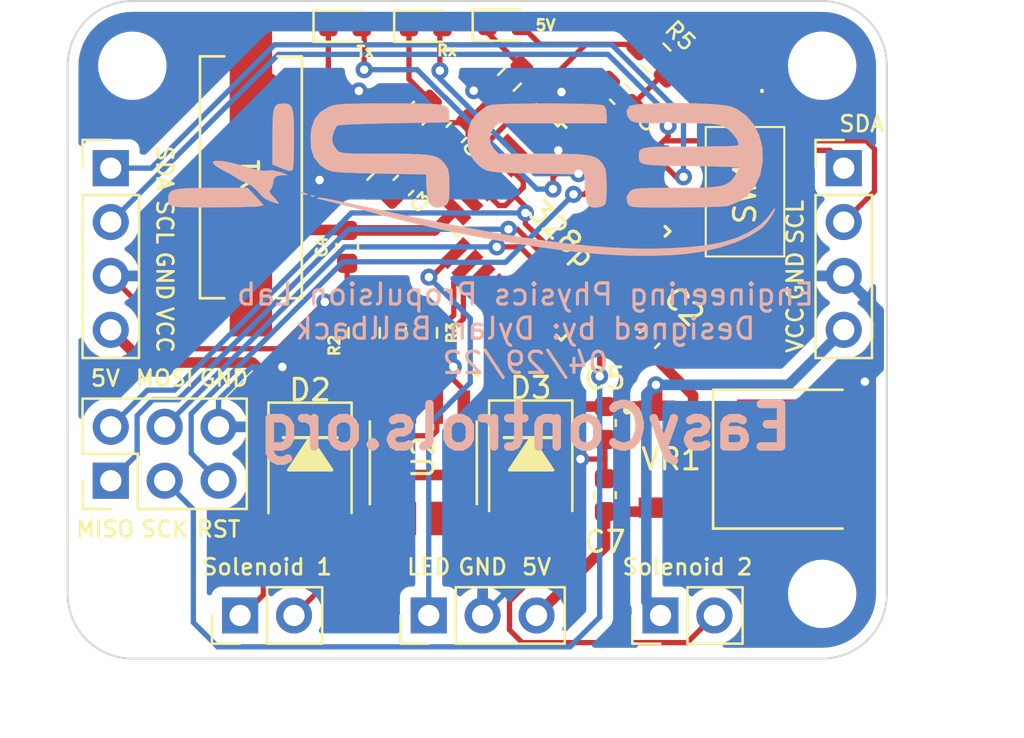
<source format=kicad_pcb>
(kicad_pcb (version 20211014) (generator pcbnew)
  (layers (0 "F.Cu" signal) (31 "B.Cu" signal) (34 "B.Paste" user) (35 "F.Paste" user) (36 "B.SilkS" user "B.Silkscreen") (37 "F.SilkS" user "F.Silkscreen") (38 "B.Mask" user) (39 "F.Mask" user) (44 "Edge.Cuts" user))
  (net 0 "")
  (net 1 "+5V")
  (net 2 "GND")
  (net 3 "Net-(C3-Pad2)")
  (net 4 "Net-(C4-Pad2)")
  (net 5 "VCC")
  (net 6 "/Reset")
  (net 7 "/SOL1")
  (net 8 "/SOL2")
  (net 9 "Net-(D5-Pad1)")
  (net 10 "/TXD")
  (net 11 "Net-(D6-Pad1)")
  (net 12 "Net-(D7-Pad1)")
  (net 13 "/RXD")
  (net 14 "/MISO")
  (net 15 "/SCK")
  (net 16 "/MOSI")
  (net 17 "/LED")
  (net 18 "/Gate1")
  (net 19 "/Gate2")
  (net 20 "Net-(U1-Pad1)")
  (net 21 "Net-(U1-Pad2)")
  (net 22 "Net-(U1-Pad12)")
  (net 23 "Net-(U1-Pad13)")
  (net 24 "Net-(U1-Pad14)")
  (net 25 "Net-(U1-Pad19)")
  (net 26 "Net-(U1-Pad20)")
  (net 27 "Net-(U1-Pad22)")
  (net 28 "Net-(U1-Pad23)")
  (net 29 "Net-(U1-Pad24)")
  (net 30 "Net-(U1-Pad25)")
  (net 31 "Net-(U1-Pad26)")
  (net 32 "/SDA")
  (net 33 "/SCL")
  (net 34 "Net-(U1-Pad32)")
  (footprint "Capacitor_SMD:C_0603_1608Metric" (layer "F.Cu") (at 114.8 77.1 45)
    (fp_text reference "C2" (at 2.20366 0.08234 135) (layer "F.SilkS"))
    (fp_text value "100nF")
    (pad "1" smd roundrect locked (at -0.775 0 45) (size 0.9 0.95) (layers "F.Cu" "F.Paste" "F.Mask") (net 1 "+5V"))
    (pad "2" smd roundrect locked (at 0.775 0 45) (size 0.9 0.95) (layers "F.Cu" "F.Paste" "F.Mask") (net 2 "GND"))
  )
  (footprint "Capacitor_SMD:C_0603_1608Metric" (layer "F.Cu") (at 105.7 67.4 45)
    (fp_text reference "C1" (at 0.070711 1.06066 45) (layer "F.SilkS") (effects (font (size 0.5 0.5) (thickness 0.125))))
    (fp_text value "100nF")
    (pad "1" smd roundrect locked (at -0.775 0 45) (size 0.9 0.95) (layers "F.Cu" "F.Paste" "F.Mask") (net 1 "+5V"))
    (pad "2" smd roundrect locked (at 0.775 0 45) (size 0.9 0.95) (layers "F.Cu" "F.Paste" "F.Mask") (net 2 "GND"))
  )
  (footprint "Capacitor_SMD:C_0603_1608Metric" (layer "F.Cu") (at 103.2 69.9 45)
    (fp_text reference "C3" (at 0 1.131371 45) (layer "F.SilkS") (effects (font (size 0.5 0.5) (thickness 0.125))))
    (fp_text value "22pf")
    (pad "1" smd roundrect locked (at -0.775 0 45) (size 0.9 0.95) (layers "F.Cu" "F.Paste" "F.Mask") (net 2 "GND"))
    (pad "2" smd roundrect locked (at 0.775 0 45) (size 0.9 0.95) (layers "F.Cu" "F.Paste" "F.Mask") (net 3 "Net-(C3-Pad2)"))
  )
  (footprint "Capacitor_SMD:C_0603_1608Metric" (layer "F.Cu") (at 100.55 72.8 90)
    (fp_text reference "C4" (at 0 -1.2 90) (layer "F.SilkS") (effects (font (size 0.5 0.5) (thickness 0.125))))
    (fp_text value "22pf")
    (pad "1" smd roundrect locked (at -0.775 0 90) (size 0.9 0.95) (layers "F.Cu" "F.Paste" "F.Mask") (net 2 "GND"))
    (pad "2" smd roundrect locked (at 0.775 0 90) (size 0.9 0.95) (layers "F.Cu" "F.Paste" "F.Mask") (net 4 "Net-(C4-Pad2)"))
  )
  (footprint "Capacitor_SMD:C_0603_1608Metric" (layer "F.Cu") (at 113.4 65.6 -45)
    (fp_text reference "C6" (at 1.873833 -0.035355 45) (layer "F.SilkS") (effects (font (size 0.5 0.5) (thickness 0.12))))
    (fp_text value "100nF")
    (pad "1" smd roundrect locked (at -0.775 0 315) (size 0.9 0.95) (layers "F.Cu" "F.Paste" "F.Mask") (net 2 "GND"))
    (pad "2" smd roundrect locked (at 0.775 0 315) (size 0.9 0.95) (layers "F.Cu" "F.Paste" "F.Mask") (net 6 "/Reset"))
  )
  (footprint "Diode_SMD:D_1812_4532Metric" (layer "F.Cu") (at 98.8 83.1 -90)
    (fp_text reference "D2" (at -3.556 0 180) (layer "F.SilkS"))
    (fp_text value "D")
    (pad "1" smd roundrect locked (at -2.1375 0 270) (size 1.125 3.4) (layers "F.Cu" "F.Paste" "F.Mask") (roundrect_rratio 0.2222222222) (net 5 "VCC"))
    (pad "2" smd roundrect locked (at 2.1375 0 270) (size 1.125 3.4) (layers "F.Cu" "F.Paste" "F.Mask") (roundrect_rratio 0.2222222222) (net 7 "/SOL1"))
  )
  (footprint "Connector_PinHeader_2.54mm:PinHeader_1x03_P2.54mm_Vertical" (layer "F.Cu") (at 104.394 90.17 90)
    (fp_text reference "J4" hide)
    (fp_text value "LED")
    (pad "1" thru_hole rect locked (at 0 0 90) (size 1.7 1.7) (drill 1) (layers *.Cu *.Mask) (net 17 "/LED"))
    (pad "2" thru_hole oval locked (at 0 2.54 90) (size 1.7 1.7) (drill 1) (layers *.Cu *.Mask) (net 2 "GND"))
    (pad "3" thru_hole oval locked (at 0 5.08 90) (size 1.7 1.7) (drill 1) (layers *.Cu *.Mask) (net 1 "+5V"))
  )
  (footprint "Resistor_SMD:R_0805_2012Metric" (layer "F.Cu") (at 115.1 63.9 -45)
    (fp_text reference "R5" (at 0.070711 -1.555635 -45) (layer "F.SilkS") (effects (font (size 0.75 0.75) (thickness 0.12))))
    (fp_text value "10k")
    (pad "1" smd roundrect locked (at -0.9125 0 315) (size 1.025 1.4) (layers "F.Cu" "F.Paste" "F.Mask") (roundrect_rratio 0.243902439) (net 1 "+5V"))
    (pad "2" smd roundrect locked (at 0.9125 0 315) (size 1.025 1.4) (layers "F.Cu" "F.Paste" "F.Mask") (roundrect_rratio 0.243902439) (net 6 "/Reset"))
  )
  (footprint "Resistor_SMD:R_0603_1608Metric" (layer "F.Cu") (at 101.3 69.1 45)
    (fp_text reference "R7" hide)
    (fp_text value "300")
    (pad "1" smd roundrect locked (at -0.825 0 45) (size 0.8 0.95) (layers "F.Cu" "F.Paste" "F.Mask") (net 2 "GND"))
    (pad "2" smd roundrect locked (at 0.825 0 45) (size 0.8 0.95) (layers "F.Cu" "F.Paste" "F.Mask") (net 11 "Net-(D6-Pad1)"))
  )
  (footprint "Resistor_SMD:R_0603_1608Metric" (layer "F.Cu") (at 103.9 66.5 45)
    (fp_text reference "R8" hide)
    (fp_text value "300")
    (pad "1" smd roundrect locked (at -0.825 0 45) (size 0.8 0.95) (layers "F.Cu" "F.Paste" "F.Mask") (net 2 "GND"))
    (pad "2" smd roundrect locked (at 0.825 0 45) (size 0.8 0.95) (layers "F.Cu" "F.Paste" "F.Mask") (net 12 "Net-(D7-Pad1)"))
  )
  (footprint "Package_QFP:TQFP-32_7x7mm_P0.8mm" (layer "F.Cu") (at 110.636 72.068 -45)
    (fp_text reference "328p" (at 0.108 0.068 135) (layer "F.SilkS"))
    (fp_text value "ATmega328P-AU")
    (pad "1" smd rect locked (at -4.25 -2.8 315) (size 1.6 0.55) (layers "F.Cu" "F.Paste" "F.Mask") (net 20 "Net-(U1-Pad1)"))
    (pad "2" smd rect locked (at -4.25 -2 315) (size 1.6 0.55) (layers "F.Cu" "F.Paste" "F.Mask") (net 21 "Net-(U1-Pad2)"))
    (pad "3" smd rect locked (at -4.25 -1.2 315) (size 1.6 0.55) (layers "F.Cu" "F.Paste" "F.Mask") (net 2 "GND"))
    (pad "4" smd rect locked (at -4.25 -0.4 315) (size 1.6 0.55) (layers "F.Cu" "F.Paste" "F.Mask") (net 1 "+5V"))
    (pad "5" smd rect locked (at -4.25 0.4 315) (size 1.6 0.55) (layers "F.Cu" "F.Paste" "F.Mask") (net 2 "GND"))
    (pad "6" smd rect locked (at -4.25 1.2 315) (size 1.6 0.55) (layers "F.Cu" "F.Paste" "F.Mask") (net 1 "+5V"))
    (pad "7" smd rect locked (at -4.25 2 315) (size 1.6 0.55) (layers "F.Cu" "F.Paste" "F.Mask") (net 3 "Net-(C3-Pad2)"))
    (pad "8" smd rect locked (at -4.25 2.8 315) (size 1.6 0.55) (layers "F.Cu" "F.Paste" "F.Mask") (net 4 "Net-(C4-Pad2)"))
    (pad "9" smd rect locked (at -2.8 4.25 45) (size 1.6 0.55) (layers "F.Cu" "F.Paste" "F.Mask") (net 17 "/LED"))
    (pad "10" smd rect locked (at -2 4.25 45) (size 1.6 0.55) (layers "F.Cu" "F.Paste" "F.Mask") (net 18 "/Gate1"))
    (pad "11" smd rect locked (at -1.2 4.25 45) (size 1.6 0.55) (layers "F.Cu" "F.Paste" "F.Mask") (net 19 "/Gate2"))
    (pad "12" smd rect locked (at -0.4 4.25 45) (size 1.6 0.55) (layers "F.Cu" "F.Paste" "F.Mask") (net 22 "Net-(U1-Pad12)"))
    (pad "13" smd rect locked (at 0.4 4.25 45) (size 1.6 0.55) (layers "F.Cu" "F.Paste" "F.Mask") (net 23 "Net-(U1-Pad13)"))
    (pad "14" smd rect locked (at 1.2 4.25 45) (size 1.6 0.55) (layers "F.Cu" "F.Paste" "F.Mask") (net 24 "Net-(U1-Pad14)"))
    (pad "15" smd rect locked (at 2 4.25 45) (size 1.6 0.55) (layers "F.Cu" "F.Paste" "F.Mask") (net 16 "/MOSI"))
    (pad "16" smd rect locked (at 2.8 4.25 45) (size 1.6 0.55) (layers "F.Cu" "F.Paste" "F.Mask") (net 14 "/MISO"))
    (pad "17" smd rect locked (at 4.25 2.8 315) (size 1.6 0.55) (layers "F.Cu" "F.Paste" "F.Mask") (net 15 "/SCK"))
    (pad "18" smd rect locked (at 4.25 2 315) (size 1.6 0.55) (layers "F.Cu" "F.Paste" "F.Mask") (net 1 "+5V"))
    (pad "19" smd rect locked (at 4.25 1.2 315) (size 1.6 0.55) (layers "F.Cu" "F.Paste" "F.Mask") (net 25 "Net-(U1-Pad19)"))
    (pad "20" smd rect locked (at 4.25 0.4 315) (size 1.6 0.55) (layers "F.Cu" "F.Paste" "F.Mask") (net 26 "Net-(U1-Pad20)"))
    (pad "21" smd rect locked (at 4.25 -0.4 315) (size 1.6 0.55) (layers "F.Cu" "F.Paste" "F.Mask") (net 2 "GND"))
    (pad "22" smd rect locked (at 4.25 -1.2 315) (size 1.6 0.55) (layers "F.Cu" "F.Paste" "F.Mask") (net 27 "Net-(U1-Pad22)"))
    (pad "23" smd rect locked (at 4.25 -2 315) (size 1.6 0.55) (layers "F.Cu" "F.Paste" "F.Mask") (net 28 "Net-(U1-Pad23)"))
    (pad "24" smd rect locked (at 4.25 -2.8 315) (size 1.6 0.55) (layers "F.Cu" "F.Paste" "F.Mask") (net 29 "Net-(U1-Pad24)"))
    (pad "25" smd rect locked (at 2.8 -4.25 45) (size 1.6 0.55) (layers "F.Cu" "F.Paste" "F.Mask") (net 30 "Net-(U1-Pad25)"))
    (pad "26" smd rect locked (at 2 -4.25 45) (size 1.6 0.55) (layers "F.Cu" "F.Paste" "F.Mask") (net 31 "Net-(U1-Pad26)"))
    (pad "27" smd rect locked (at 1.2 -4.25 45) (size 1.6 0.55) (layers "F.Cu" "F.Paste" "F.Mask") (net 32 "/SDA"))
    (pad "28" smd rect locked (at 0.4 -4.25 45) (size 1.6 0.55) (layers "F.Cu" "F.Paste" "F.Mask") (net 33 "/SCL"))
    (pad "29" smd rect locked (at -0.4 -4.25 45) (size 1.6 0.55) (layers "F.Cu" "F.Paste" "F.Mask") (net 6 "/Reset"))
    (pad "30" smd rect locked (at -1.2 -4.25 45) (size 1.6 0.55) (layers "F.Cu" "F.Paste" "F.Mask") (net 13 "/RXD"))
    (pad "31" smd rect locked (at -2 -4.25 45) (size 1.6 0.55) (layers "F.Cu" "F.Paste" "F.Mask") (net 10 "/TXD"))
    (pad "32" smd rect locked (at -2.8 -4.25 45) (size 1.6 0.55) (layers "F.Cu" "F.Paste" "F.Mask") (net 34 "Net-(U1-Pad32)"))
  )
  (footprint "Connector_PinHeader_2.54mm:PinHeader_1x04_P2.54mm_Vertical" (layer "F.Cu") (at 89.408 69.088)
    (fp_text reference "J1" hide)
    (fp_text value "I2C/Power_IN")
    (pad "1" thru_hole rect locked (at 0 0) (size 1.7 1.7) (drill 1) (layers *.Cu *.Mask) (net 32 "/SDA"))
    (pad "2" thru_hole oval locked (at 0 2.54) (size 1.7 1.7) (drill 1) (layers *.Cu *.Mask) (net 33 "/SCL"))
    (pad "3" thru_hole oval locked (at 0 5.08) (size 1.7 1.7) (drill 1) (layers *.Cu *.Mask) (net 2 "GND"))
    (pad "4" thru_hole oval locked (at 0 7.62) (size 1.7 1.7) (drill 1) (layers *.Cu *.Mask) (net 5 "VCC"))
  )
  (footprint "Connector_PinHeader_2.54mm:PinHeader_1x02_P2.54mm_Vertical" (layer "F.Cu") (at 95.504 90.17 90)
    (fp_text reference "J5" hide)
    (fp_text value "SOL_1")
    (pad "1" thru_hole rect locked (at 0 0 90) (size 1.7 1.7) (drill 1) (layers *.Cu *.Mask) (net 5 "VCC"))
    (pad "2" thru_hole oval locked (at 0 2.54 90) (size 1.7 1.7) (drill 1) (layers *.Cu *.Mask) (net 7 "/SOL1"))
  )
  (footprint "MountingHole:MountingHole_2.2mm_M2" (layer "F.Cu") (at 90.424 89.154)
    (fp_text reference "H2" hide)
    (fp_text value "MountingHole")
    (pad "" np_thru_hole circle locked (at 0 0) (size 2.2 2.2) (drill 2.2) (layers *.Cu *.Mask))
  )
  (footprint "MountingHole:MountingHole_2.2mm_M2" (layer "F.Cu") (at 90.424 64.262)
    (fp_text reference "H3" hide)
    (fp_text value "MountingHole")
    (pad "" np_thru_hole circle locked (at 0 0) (size 2.2 2.2) (drill 2.2) (layers *.Cu *.Mask))
  )
  (footprint "Dylans_Footprints:XTAL_ECS-160-20-5PXDN-TR" (layer "F.Cu") (at 96.012 69.52 -90)
    (fp_text reference "Y1" (at -0.178 0 90) (layer "F.SilkS") (effects (font (size 0.789992 0.789992))))
    (fp_text value "Crystal")
    (pad "1" smd rect locked (at -4.75 0 270) (size 5.5 2) (layers "F.Cu" "F.Paste" "F.Mask") (net 3 "Net-(C3-Pad2)"))
    (pad "2" smd rect locked (at 4.75 0 270) (size 5.5 2) (layers "F.Cu" "F.Paste" "F.Mask") (net 4 "Net-(C4-Pad2)"))
  )
  (footprint "Connector_PinHeader_2.54mm:PinHeader_2x03_P2.54mm_Vertical" (layer "F.Cu") (at 89.408 83.82 90)
    (fp_text reference "J3" hide)
    (fp_text value "Bootloader Pins")
    (pad "1" thru_hole rect locked (at 0 0 90) (size 1.7 1.7) (drill 1) (layers *.Cu *.Mask) (net 14 "/MISO"))
    (pad "2" thru_hole oval locked (at 2.54 0 90) (size 1.7 1.7) (drill 1) (layers *.Cu *.Mask) (net 1 "+5V"))
    (pad "3" thru_hole oval locked (at 0 2.54 90) (size 1.7 1.7) (drill 1) (layers *.Cu *.Mask) (net 15 "/SCK"))
    (pad "4" thru_hole oval locked (at 2.54 2.54 90) (size 1.7 1.7) (drill 1) (layers *.Cu *.Mask) (net 16 "/MOSI"))
    (pad "5" thru_hole oval locked (at 0 5.08 90) (size 1.7 1.7) (drill 1) (layers *.Cu *.Mask) (net 6 "/Reset"))
    (pad "6" thru_hole oval locked (at 2.54 5.08 90) (size 1.7 1.7) (drill 1) (layers *.Cu *.Mask) (net 2 "GND"))
  )
  (footprint "Resistor_SMD:R_0603_1608Metric" (layer "F.Cu") (at 108.2 64.9 45)
    (fp_text reference "R6" hide)
    (fp_text value "300")
    (pad "1" smd roundrect locked (at -0.825 0 45) (size 0.8 0.95) (layers "F.Cu" "F.Paste" "F.Mask") (net 2 "GND"))
    (pad "2" smd roundrect locked (at 0.825 0 45) (size 0.8 0.95) (layers "F.Cu" "F.Paste" "F.Mask") (net 9 "Net-(D5-Pad1)"))
  )
  (footprint "Dylans_Footprints:PTS636SK25SMTRLFS" (layer "F.Cu") (at 119.3 70.2 -90)
    (fp_text reference "SW1" (at 0 0 90) (layer "F.SilkS"))
    (fp_text value "SW_Push")
    (pad "1" smd rect locked (at -3.875 0) (size 1.25 1) (layers "F.Cu" "F.Paste" "F.Mask") (net 6 "/Reset"))
    (pad "2" smd rect locked (at 3.875 0) (size 1.25 1) (layers "F.Cu" "F.Paste" "F.Mask") (net 2 "GND"))
  )
  (footprint "MountingHole:MountingHole_2.2mm_M2" (layer "F.Cu") (at 122.936 89.154)
    (fp_text reference "H4" hide)
    (fp_text value "MountingHole")
    (pad "" np_thru_hole circle locked (at 0 0) (size 2.2 2.2) (drill 2.2) (layers *.Cu *.Mask))
  )
  (footprint "Capacitor_SMD:C_0603_1608Metric" (layer "F.Cu") (at 112.7 84.5 90)
    (fp_text reference "C7" (at -2.2 0) (layer "F.SilkS"))
    (fp_text value "0.1uF")
    (pad "1" smd roundrect locked (at -0.775 0 90) (size 0.9 0.95) (layers "F.Cu" "F.Paste" "F.Mask") (net 1 "+5V"))
    (pad "2" smd roundrect locked (at 0.775 0 90) (size 0.9 0.95) (layers "F.Cu" "F.Paste" "F.Mask") (net 2 "GND"))
  )
  (footprint "Capacitor_SMD:C_0603_1608Metric" (layer "F.Cu") (at 112.7 81.1 -90)
    (fp_text reference "C5" (at -2.1 0) (layer "F.SilkS"))
    (fp_text value "0.33 uF")
    (pad "1" smd roundrect locked (at -0.775 0 270) (size 0.9 0.95) (layers "F.Cu" "F.Paste" "F.Mask") (net 5 "VCC"))
    (pad "2" smd roundrect locked (at 0.775 0 270) (size 0.9 0.95) (layers "F.Cu" "F.Paste" "F.Mask") (net 2 "GND"))
  )
  (footprint "Resistor_SMD:R_0805_2012Metric" (layer "F.Cu") (at 101.35 76.85 90)
    (fp_text reference "R2" (at -0.6 -1.4 90) (layer "F.SilkS") (effects (font (size 0.5 0.5) (thickness 0.125))))
    (fp_text value "10k")
    (pad "1" smd roundrect locked (at -0.9125 0 90) (size 1.025 1.4) (layers "F.Cu" "F.Paste" "F.Mask") (roundrect_rratio 0.243902439) (net 18 "/Gate1"))
    (pad "2" smd roundrect locked (at 0.9125 0 90) (size 1.025 1.4) (layers "F.Cu" "F.Paste" "F.Mask") (roundrect_rratio 0.243902439) (net 2 "GND"))
  )
  (footprint "Dylans_Footprints:SOIC127P600X150-8N" (layer "F.Cu") (at 104.14 82.975 -90)
    (fp_text reference "U2" (at -0.254 0 90) (layer "F.SilkS"))
    (fp_text value "DMN4026SSD")
    (pad "1" smd roundrect locked (at -2.625 -1.905 270) (size 1.58 0.59) (layers "F.Cu" "F.Paste" "F.Mask") (roundrect_rratio 0.07) (net 2 "GND"))
    (pad "2" smd roundrect locked (at -2.625 -0.635 270) (size 1.58 0.59) (layers "F.Cu" "F.Paste" "F.Mask") (roundrect_rratio 0.07) (net 18 "/Gate1"))
    (pad "3" smd roundrect locked (at -2.625 0.635 270) (size 1.58 0.59) (layers "F.Cu" "F.Paste" "F.Mask") (roundrect_rratio 0.07) (net 2 "GND"))
    (pad "4" smd roundrect locked (at -2.625 1.905 270) (size 1.58 0.59) (layers "F.Cu" "F.Paste" "F.Mask") (roundrect_rratio 0.07) (net 19 "/Gate2"))
    (pad "5" smd roundrect locked (at 2.625 1.905 270) (size 1.58 0.59) (layers "F.Cu" "F.Paste" "F.Mask") (roundrect_rratio 0.07) (net 7 "/SOL1"))
    (pad "6" smd roundrect locked (at 2.625 0.635 270) (size 1.58 0.59) (layers "F.Cu" "F.Paste" "F.Mask") (roundrect_rratio 0.07) (net 7 "/SOL1"))
    (pad "7" smd roundrect locked (at 2.625 -0.635 270) (size 1.58 0.59) (layers "F.Cu" "F.Paste" "F.Mask") (roundrect_rratio 0.07) (net 8 "/SOL2"))
    (pad "8" smd roundrect locked (at 2.625 -1.905 270) (size 1.58 0.59) (layers "F.Cu" "F.Paste" "F.Mask") (roundrect_rratio 0.07) (net 8 "/SOL2"))
  )
  (footprint "footprints:TO228P991X255-3N" (layer "F.Cu") (at 119.854 82.804)
    (fp_text reference "VR1" (at -4.03 0) (layer "F.SilkS"))
    (fp_text value "LM78M05CDTX_NOPB")
    (pad "1" smd rect locked (at -4.7 -2.285) (size 1.73 0.96) (layers "F.Cu" "F.Paste" "F.Mask") (net 5 "VCC"))
    (pad "3" smd rect locked (at -4.7 2.285) (size 1.73 0.96) (layers "F.Cu" "F.Paste" "F.Mask") (net 1 "+5V"))
    (pad "4" smd rect locked (at 2.32 0) (size 6.49 5.63) (layers "F.Cu" "F.Mask") (net 2 "GND"))
  )
  (footprint "LED_SMD:LED_0603_1608Metric" (layer "F.Cu") (at 104.25 62.4)
    (fp_text reference "Rx" (at 1 1.15) (layer "F.SilkS") (effects (font (size 0.5 0.5) (thickness 0.125))))
    (fp_text value "LED")
    (pad "1" smd roundrect locked (at -0.7875 0) (size 0.875 0.95) (layers "F.Cu" "F.Paste" "F.Mask") (net 12 "Net-(D7-Pad1)"))
    (pad "2" smd roundrect locked (at 0.7875 0) (size 0.875 0.95) (layers "F.Cu" "F.Paste" "F.Mask") (net 13 "/RXD"))
  )
  (footprint "LED_SMD:LED_0603_1608Metric" (layer "F.Cu") (at 100.45 62.4)
    (fp_text reference "Tx" (at 0.95 1.2) (layer "F.SilkS") (effects (font (size 0.5 0.5) (thickness 0.125))))
    (fp_text value "LED")
    (pad "1" smd roundrect locked (at -0.7875 0) (size 0.875 0.95) (layers "F.Cu" "F.Paste" "F.Mask") (net 11 "Net-(D6-Pad1)"))
    (pad "2" smd roundrect locked (at 0.7875 0) (size 0.875 0.95) (layers "F.Cu" "F.Paste" "F.Mask") (net 10 "/TXD"))
  )
  (footprint "LED_SMD:LED_0603_1608Metric" (layer "F.Cu") (at 107.95 62.35)
    (fp_text reference "5V" (at 1.95 0) (layer "F.SilkS") (effects (font (size 0.5 0.5) (thickness 0.125))))
    (fp_text value "LED")
    (pad "1" smd roundrect locked (at -0.7875 0) (size 0.875 0.95) (layers "F.Cu" "F.Paste" "F.Mask") (net 9 "Net-(D5-Pad1)"))
    (pad "2" smd roundrect locked (at 0.7875 0) (size 0.875 0.95) (layers "F.Cu" "F.Paste" "F.Mask") (net 1 "+5V"))
  )
  (footprint "Connector_PinHeader_2.54mm:PinHeader_1x02_P2.54mm_Vertical" (layer "F.Cu") (at 115.316 90.17 90)
    (fp_text reference "Jv" hide)
    (fp_text value "SOL_2")
    (pad "1" thru_hole rect locked (at 0 0 90) (size 1.7 1.7) (drill 1) (layers *.Cu *.Mask) (net 5 "VCC"))
    (pad "2" thru_hole oval locked (at 0 2.54 90) (size 1.7 1.7) (drill 1) (layers *.Cu *.Mask) (net 8 "/SOL2"))
  )
  (footprint "Resistor_SMD:R_0805_2012Metric" (layer "F.Cu") (at 104.05 76.85 90)
    (fp_text reference "R3" (at 0 1.45 90) (layer "F.SilkS") (effects (font (size 0.5 0.5) (thickness 0.125))))
    (fp_text value "10k")
    (pad "1" smd roundrect locked (at -0.9125 0 90) (size 1.025 1.4) (layers "F.Cu" "F.Paste" "F.Mask") (roundrect_rratio 0.243902439) (net 19 "/Gate2"))
    (pad "2" smd roundrect locked (at 0.9125 0 90) (size 1.025 1.4) (layers "F.Cu" "F.Paste" "F.Mask") (roundrect_rratio 0.243902439) (net 2 "GND"))
  )
  (footprint "Diode_SMD:D_1812_4532Metric" (layer "F.Cu") (at 109.2 83 -90)
    (fp_text reference "D3" (at -3.556 0 180) (layer "F.SilkS"))
    (fp_text value "D")
    (pad "1" smd roundrect locked (at -2.1375 0 270) (size 1.125 3.4) (layers "F.Cu" "F.Paste" "F.Mask") (roundrect_rratio 0.2222222222) (net 5 "VCC"))
    (pad "2" smd roundrect locked (at 2.1375 0 270) (size 1.125 3.4) (layers "F.Cu" "F.Paste" "F.Mask") (roundrect_rratio 0.2222222222) (net 8 "/SOL2"))
  )
  (footprint "Connector_PinHeader_2.54mm:PinHeader_1x04_P2.54mm_Vertical" (layer "F.Cu") (at 123.952 69.088)
    (fp_text reference "J2" hide)
    (fp_text value "I2C/Power_IN")
    (pad "1" thru_hole rect locked (at 0 0) (size 1.7 1.7) (drill 1) (layers *.Cu *.Mask) (net 32 "/SDA"))
    (pad "2" thru_hole oval locked (at 0 2.54) (size 1.7 1.7) (drill 1) (layers *.Cu *.Mask) (net 33 "/SCL"))
    (pad "3" thru_hole oval locked (at 0 5.08) (size 1.7 1.7) (drill 1) (layers *.Cu *.Mask) (net 2 "GND"))
    (pad "4" thru_hole oval locked (at 0 7.62) (size 1.7 1.7) (drill 1) (layers *.Cu *.Mask) (net 5 "VCC"))
  )
  (footprint "MountingHole:MountingHole_2.2mm_M2" (layer "F.Cu") (at 122.936 64.262)
    (fp_text reference "H1" hide)
    (fp_text value "MountingHole")
    (pad "" np_thru_hole circle locked (at 0 0) (size 2.2 2.2) (drill 2.2) (layers *.Cu *.Mask))
  )
  (footprint "footprints:eppl_logo2" (layer "B.Cu") (at 106.172 69.596 180)
    (fp_text reference "G***" hide)
    (fp_text value "LOGO" hide)
  )
  (gr_line (start 98.806 81.788) (end 97.79 83.312) (layer "F.SilkS") (width 0.15))
  (gr_line (start 108.204 83.312) (end 110.236 83.312) (layer "F.SilkS") (width 0.15))
  (gr_line (start 107.95 81.788) (end 110.49 81.788) (layer "F.SilkS") (width 0.15))
  (gr_line (start 110.236 83.312) (end 109.22 81.788) (layer "F.SilkS") (width 0.15))
  (gr_line (start 109.22 81.788) (end 108.204 83.312) (layer "F.SilkS") (width 0.15))
  (gr_poly (pts (xy 110.236 83.312) (xy 108.204 83.312) (xy 109.22 81.788)) (layer "F.SilkS") (width 0.1) (fill solid))
  (gr_line (start 99.822 83.312) (end 98.806 81.788) (layer "F.SilkS") (width 0.15))
  (gr_line (start 97.79 83.312) (end 99.822 83.312) (layer "F.SilkS") (width 0.15))
  (gr_line (start 97.536 81.788) (end 100.076 81.788) (layer "F.SilkS") (width 0.15))
  (gr_poly (pts (xy 99.822 83.312) (xy 97.79 83.312) (xy 98.806 81.788)) (layer "F.SilkS") (width 0.1) (fill solid))
  (gr_line (start 90.424 92.202) (end 122.936 92.202) (layer "Edge.Cuts") (width 0.1))
  (gr_arc (start 125.984 89.154) (mid 125.091261 91.309261) (end 122.936 92.202) (layer "Edge.Cuts") (width 0.1))
  (gr_line (start 125.984 64.262) (end 125.984 89.154) (layer "Edge.Cuts") (width 0.1))
  (gr_line (start 87.376 64.262) (end 87.376 89.154) (layer "Edge.Cuts") (width 0.1))
  (gr_arc (start 122.936 61.214) (mid 125.091261 62.106739) (end 125.984 64.262) (layer "Edge.Cuts") (width 0.1))
  (gr_line (start 90.424 61.214) (end 122.936 61.214) (layer "Edge.Cuts") (width 0.1))
  (gr_arc (start 87.376 64.262) (mid 88.268739 62.106739) (end 90.424 61.214) (layer "Edge.Cuts") (width 0.1))
  (gr_arc (start 90.424 92.202) (mid 88.268739 91.309261) (end 87.376 89.154) (layer "Edge.Cuts") (width 0.1))
  (gr_text "EasyControls.org" (at 108.95 81.3) (layer "B.SilkS") (effects (font (size 2 2) (thickness 0.4)) (justify mirror)))
  (gr_text "Engineering Physics Propulsion Lab\nDesigned by: Dylan Ballback\n04/29/22" (at 108.95 76.65) (layer "B.SilkS") (effects (font (size 1 1)) (justify mirror)))
  (gr_text "Solenoid 2" (at 116.586 87.884) (layer "F.SilkS") (effects (font (size 0.75 0.75) (thickness 0.13))))
  (gr_text "Solenoid 1" (at 96.774 87.884) (layer "F.SilkS") (effects (font (size 0.75 0.75) (thickness 0.13))))
  (gr_text "VCC" (at 121.666 76.708 90) (layer "F.SilkS") (effects (font (size 0.75 0.75) (thickness 0.13))))
  (gr_text "MISO" (at 89.154 86.106) (layer "F.SilkS") (effects (font (size 0.75 0.75) (thickness 0.13))))
  (gr_text "SDA" (at 91.948 69.088 270) (layer "F.SilkS") (effects (font (size 0.75 0.75) (thickness 0.13))))
  (gr_text "5V" (at 109.474 87.884) (layer "F.SilkS") (effects (font (size 0.75 0.75) (thickness 0.13))))
  (gr_text "VCC" (at 91.948 76.708 270) (layer "F.SilkS") (effects (font (size 0.75 0.75) (thickness 0.13))))
  (gr_text "GND" (at 94.742 78.994) (layer "F.SilkS") (effects (font (size 0.75 0.75) (thickness 0.13))))
  (gr_text "SCK" (at 91.948 86.106) (layer "F.SilkS") (effects (font (size 0.75 0.75) (thickness 0.13))))
  (gr_text "SCL" (at 121.666 71.628 90) (layer "F.SilkS") (effects (font (size 0.75 0.75) (thickness 0.13))))
  (gr_text "SDA" (at 124.8 67) (layer "F.SilkS") (effects (font (size 0.75 0.75) (thickness 0.13))))
  (gr_text "RST" (at 94.488 86.106) (layer "F.SilkS") (effects (font (size 0.75 0.75) (thickness 0.13))))
  (gr_text "MOSI" (at 91.948 78.994) (layer "F.SilkS") (effects (font (size 0.75 0.75) (thickness 0.13))))
  (gr_text "SCL" (at 91.948 71.628 270) (layer "F.SilkS") (effects (font (size 0.75 0.75) (thickness 0.13))))
  (gr_text "GND" (at 106.934 87.884) (layer "F.SilkS") (effects (font (size 0.75 0.75) (thickness 0.13))))
  (gr_text "5V" (at 89.154 78.994) (layer "F.SilkS") (effects (font (size 0.75 0.75) (thickness 0.13))))
  (gr_text "GND" (at 91.948 74.168 270) (layer "F.SilkS") (effects (font (size 0.75 0.75) (thickness 0.13))))
  (gr_text "LED" (at 104.394 87.884) (layer "F.SilkS") (effects (font (size 0.75 0.75) (thickness 0.13))))
  (gr_text "GND" (at 121.666 74.168 90) (layer "F.SilkS") (effects (font (size 0.75 0.75) (thickness 0.13))))
  (segment (start 107.15 68) (end 107.15 67.9) (width 0.25) (layer "F.Cu") (net 1))
  (segment (start 113.387581 77.648008) (end 114.251992 77.648008) (width 0.5) (layer "F.Cu") (net 1))
  (segment (start 108.85 70) (end 108.85 69.716314) (width 0.25) (layer "F.Cu") (net 1))
  (segment (start 105.151992 68.281048) (end 105.151992 67.948008) (width 0.25) (layer "F.Cu") (net 1))
  (segment (start 106.782268 69.911324) (end 106.782268 69.932268) (width 0.25) (layer "F.Cu") (net 1))
  (segment (start 114.251992 77.648008) (end 114.698008 77.648008) (width 0.5) (layer "F.Cu") (net 1))
  (segment (start 108.45 70.4) (end 108.85 70) (width 0.25) (layer "F.Cu") (net 1))
  (segment (start 111.795235 63.254765) (end 114.454765 63.254765) (width 0.25) (layer "F.Cu") (net 1))
  (segment (start 112.22699 76.487417) (end 113.387581 77.648008) (width 0.5) (layer "F.Cu") (net 1))
  (segment (start 108 70.85) (end 108.45 70.4) (width 0.25) (layer "F.Cu") (net 1))
  (segment (start 108.85 69.716314) (end 107.913639 68.779953) (width 0.25) (layer "F.Cu") (net 1))
  (segment (start 112.7 85.275) (end 114.968 85.275) (width 0.5) (layer "F.Cu") (net 1))
  (segment (start 109.474 90.17) (end 112.7 86.944) (width 0.5) (layer "F.Cu") (net 1))
  (segment (start 106.782268 69.911324) (end 105.151992 68.281048) (width 0.25) (layer "F.Cu") (net 1))
  (segment (start 114.968 85.275) (end 115.154 85.089) (width 0.5) (layer "F.Cu") (net 1))
  (segment (start 116.85 84.5) (end 116.261 85.089) (width 0.5) (layer "F.Cu") (net 1))
  (segment (start 110.79952 75.059947) (end 112.22699 76.487417) (width 0.25) (layer "F.Cu") (net 1))
  (segment (start 116.85 79.8) (end 116.85 84.5) (width 0.5) (layer "F.Cu") (net 1))
  (segment (start 108.7375 62.35) (end 109.642265 63.254765) (width 0.25) (layer "F.Cu") (net 1))
  (segment (start 116.261 85.089) (end 115.154 85.089) (width 0.5) (layer "F.Cu") (net 1))
  (segment (start 107.15 67.9) (end 111.795235 63.254765) (width 0.25) (layer "F.Cu") (net 1))
  (segment (start 110.79952 73.563803) (end 110.79952 75.059947) (width 0.25) (layer "F.Cu") (net 1))
  (segment (start 107.7 70.85) (end 108 70.85) (width 0.25) (layer "F.Cu") (net 1))
  (segment (start 106.782268 69.932268) (end 107.7 70.85) (width 0.25) (layer "F.Cu") (net 1))
  (segment (start 107.913639 68.779953) (end 107.913639 68.763639) (width 0.25) (layer "F.Cu") (net 1))
  (segment (start 114.698008 77.648008) (end 116.85 79.8) (width 0.5) (layer "F.Cu") (net 1))
  (segment (start 108.95 70.9) (end 108.45 70.4) (width 0.25) (layer "F.Cu") (net 1))
  (segment (start 112.7 86.944) (end 112.7 85.275) (width 0.5) (layer "F.Cu") (net 1))
  (segment (start 109.642265 63.254765) (end 111.795235 63.254765) (width 0.25) (layer "F.Cu") (net 1))
  (segment (start 108.95 71.2) (end 108.95 71.714282) (width 0.25) (layer "F.Cu") (net 1))
  (segment (start 108.95 71.2) (end 108.95 70.9) (width 0.25) (layer "F.Cu") (net 1))
  (segment (start 108.95 71.714282) (end 110.79952 73.563803) (width 0.25) (layer "F.Cu") (net 1))
  (segment (start 107.913639 68.763639) (end 107.15 68) (width 0.25) (layer "F.Cu") (net 1))
  (via (at 108.95 71.2) (size 0.8) (drill 0.4) (layers "F.Cu" "B.Cu") (net 1))
  (segment (start 89.408 81.28) (end 91.13752 79.55048) (width 0.25) (layer "B.Cu") (net 1))
  (segment (start 92.406084 79.55048) (end 93.453282 78.503282) (width 0.25) (layer "B.Cu") (net 1))
  (segment (start 93.453282 78.503282) (end 100.456564 71.5) (width 0.25) (layer "B.Cu") (net 1))
  (segment (start 100.75 71.2) (end 108.95 71.2) (width 0.25) (layer "B.Cu") (net 1))
  (segment (start 100.456564 71.5) (end 100.456564 71.493436) (width 0.25) (layer "B.Cu") (net 1))
  (segment (start 91.586198 79.55048) (end 92.406084 79.55048) (width 0.25) (layer "B.Cu") (net 1))
  (segment (start 100.65 71.3) (end 100.75 71.2) (width 0.25) (layer "B.Cu") (net 1))
  (segment (start 100.456564 71.493436) (end 100.65 71.3) (width 0.25) (layer "B.Cu") (net 1))
  (segment (start 91.13752 79.55048) (end 91.586198 79.55048) (width 0.25) (layer "B.Cu") (net 1))
  (segment (start 115.348008 76.051992) (end 115.348008 76.551992) (width 0.25) (layer "F.Cu") (net 2))
  (segment (start 122.174 82.804) (end 122.174 81.926) (width 0.5) (layer "F.Cu") (net 2))
  (segment (start 99.494158 75.405842) (end 99.494158 75.394158) (width 0.25) (layer "F.Cu") (net 2))
  (segment (start 103.45 66.95) (end 106.15 66.95) (width 0.25) (layer "F.Cu") (net 2))
  (segment (start 92.84 77.6) (end 97.3 77.6) (width 0.25) (layer "F.Cu") (net 2))
  (segment (start 110.65 65.5) (end 112.403984 65.5) (width 0.25) (layer "F.Cu") (net 2))
  (segment (start 106.045 79.545) (end 106.045 80.35) (width 0.25) (layer "F.Cu") (net 2))
  (segment (start 102.651992 70.448008) (end 101.481282 70.448008) (width 0.25) (layer "F.Cu") (net 2))
  (segment (start 105.55 79.05) (end 105.775 79.275) (width 0.25) (layer "F.Cu") (net 2))
  (segment (start 105.55 79.05) (end 105.55 78.45) (width 0.25) (layer "F.Cu") (net 2))
  (segment (start 122.174 81.926) (end 124.95 79.15) (width 0.5) (layer "F.Cu") (net 2))
  (segment (start 106.248008 68.245694) (end 106.248008 66.851992) (width 0.25) (layer "F.Cu") (net 2))
  (segment (start 112.7 81.875) (end 112.7 82.7) (width 0.25) (layer "F.Cu") (net 2))
  (segment (start 100.55 75.1375) (end 101.35 75.9375) (width 0.25) (layer "F.Cu") (net 2))
  (segment (start 119.3 74.075) (end 117.325 74.075) (width 0.25) (layer "F.Cu") (net 2))
  (segment (start 105.775 79.275) (end 106.045 79.545) (width 0.25) (layer "F.Cu") (net 2))
  (segment (start 104.05 75.9375) (end 101.35 75.9375) (width 0.25) (layer "F.Cu") (net 2))
  (segment (start 112.7 82.8) (end 112.7 83.725) (width 0.25) (layer "F.Cu") (net 2))
  (segment (start 115.348008 76.214322) (end 113.924047 74.790361) (width 0.25) (layer "F.Cu") (net 2))
  (segment (start 103.505 79.545) (end 104 79.05) (width 0.25) (layer "F.Cu") (net 2))
  (segment (start 89.408 74.168) (end 92.84 77.6) (width 0.25) (layer "F.Cu") (net 2))
  (segment (start 112.7 82.7) (end 112.7 82.8) (width 0.25) (layer "F.Cu") (net 2))
  (segment (start 106.248008 66.851992) (end 107.616637 65.483363) (width 0.25) (layer "F.Cu") (net 2))
  (segment (start 112.403984 65.5) (end 112.851992 65.051992) (width 0.25) (layer "F.Cu") (net 2))
  (segment (start 109.065056 68.8) (end 109.950788 68.8) (width 0.25) (layer "F.Cu") (net 2))
  (segment (start 101.683274 65.45) (end 101.1 65.45) (width 0.25) (layer "F.Cu") (net 2))
  (segment (start 100.0125 75.9375) (end 101.35 75.9375) (width 0.25) (layer "F.Cu") (net 2))
  (segment (start 103.505 80.35) (end 103.505 79.545) (width 0.25) (layer "F.Cu") (net 2))
  (segment (start 100.55 73.575) (end 100.55 75.1375) (width 0.25) (layer "F.Cu") (net 2))
  (segment (start 103.316637 67.083363) (end 101.683274 65.45) (width 0.25) (layer "F.Cu") (net 2))
  (segment (start 123.859 74.075) (end 123.952 74.168) (width 0.25) (layer "F.Cu") (net 2))
  (segment (start 103.316637 67.083363) (end 103.45 66.95) (width 0.25) (layer "F.Cu") (net 2))
  (segment (start 106.15 66.95) (end 106.248008 66.851992) (width 0.25) (layer "F.Cu") (net 2))
  (segment (start 109.950788 68.8) (end 110.500394 68.250394) (width 0.25) (layer "F.Cu") (net 2))
  (segment (start 107.570975 65.437701) (end 106.512299 65.437701) (width 0.25) (layer "F.Cu") (net 2))
  (segment (start 100.716637 69.683363) (end 99.283363 69.683363) (width 0.25) (layer "F.Cu") (net 2))
  (segment (start 115.348008 76.551992) (end 115.348008 76.214322) (width 0.25) (layer "F.Cu") (net 2))
  (segment (start 107.347953 69.345639) (end 106.248008 68.245694) (width 0.25) (layer "F.Cu") (net 2))
  (segment (start 97.3 77.6) (end 99.494158 75.405842) (width 0.25) (layer "F.Cu") (net 2))
  (segment (start 97.494438 78.455562) (end 100.0125 75.9375) (width 0.25) (layer "F.Cu") (net 2))
  (segment (start 119.3 74.075) (end 123.859 74.075) (width 0.25) (layer "F.Cu") (net 2))
  (segment (start 101.481282 70.448008) (end 100.716637 69.683363) (width 0.25) (layer "F.Cu") (net 2))
  (segment (start 108.479324 68.214268) (end 109.065056 68.8) (width 0.25) (layer "F.Cu") (net 2))
  (segment (start 117.325 74.075) (end 115.348008 76.051992) (width 0.25) (layer "F.Cu") (net 2))
  (segment (start 104 79.05) (end 105.55 79.05) (width 0.25) (layer "F.Cu") (net 2))
  (segment (start 112.7 82.8) (end 111.55 82.8) (width 0.25) (layer "F.Cu") (net 2))
  (segment (start 107.616637 65.483363) (end 107.570975 65.437701) (width 0.25) (layer "F.Cu") (net 2))
  (segment (start 99.283363 69.683363) (end 99.25 69.65) (width 0.25) (layer "F.Cu") (net 2))
  (via (at 99.494158 75.394158) (size 0.8) (drill 0.4) (layers "F.Cu" "B.Cu") (net 2))
  (via (at 101.1 65.45) (size 0.8) (drill 0.4) (layers "F.Cu" "B.Cu") (net 2))
  (via (at 111.55 82.8) (size 0.8) (drill 0.4) (layers "F.Cu" "B.Cu") (net 2))
  (via (at 110.65 65.5) (size 0.8) (drill 0.4) (layers "F.Cu" "B.Cu") (net 2))
  (via (at 97.494438 78.455562) (size 0.8) (drill 0.4) (layers "F.Cu" "B.Cu") (net 2))
  (via (at 110.500394 68.250394) (size 0.8) (drill 0.4) (layers "F.Cu" "B.Cu") (net 2))
  (via (at 105.55 78.45) (size 0.8) (drill 0.4) (layers "F.Cu" "B.Cu") (net 2))
  (via (at 99.25 69.65) (size 0.8) (drill 0.4) (layers "F.Cu" "B.Cu") (net 2))
  (via (at 124.95 79.15) (size 0.8) (drill 0.4) (layers "F.Cu" "B.Cu") (net 2))
  (via (at 106.512299 65.437701) (size 0.8) (drill 0.4) (layers "F.Cu" "B.Cu") (net 2))
  (segment (start 123.952 74.168) (end 125.6 75.816) (width 0.5) (layer "B.Cu") (net 2))
  (segment (start 125.6 75.816) (end 125.6 78.5) (width 0.5) (layer "B.Cu") (net 2))
  (segment (start 110.587701 65.437701) (end 110.65 65.5) (width 0.25) (layer "B.Cu") (net 2))
  (segment (start 106.512299 65.437701) (end 110.587701 65.437701) (width 0.25) (layer "B.Cu") (net 2))
  (segment (start 105.55 78.45) (end 105.544438 78.455562) (width 0.25) (layer "B.Cu") (net 2))
  (segment (start 94.488 80.011436) (end 96.043874 78.455562) (width 0.25) (layer "B.Cu") (net 2))
  (segment (start 111.55 85.554) (end 106.934 90.17) (width 0.25) (layer "B.Cu") (net 2))
  (segment (start 110.65 68.100788) (end 110.65 65.5) (width 0.25) (layer "B.Cu") (net 2))
  (segment (start 111.55 82.8) (end 111.55 85.554) (width 0.25) (layer "B.Cu") (net 2))
  (segment (start 125.6 78.5) (end 124.95 79.15) (width 0.5) (layer "B.Cu") (net 2))
  (segment (start 94.488 81.28) (end 94.488 80.011436) (width 0.25) (layer "B.Cu") (net 2))
  (segment (start 96.043874 78.455562) (end 97.494438 78.455562) (width 0.25) (layer "B.Cu") (net 2))
  (segment (start 105.544438 78.455562) (end 97.494438 78.455562) (width 0.25) (layer "B.Cu") (net 2))
  (segment (start 110.500394 68.250394) (end 110.65 68.100788) (width 0.25) (layer "B.Cu") (net 2))
  (segment (start 103.748008 69.351992) (end 103.722967 69.377033) (width 0.25) (layer "F.Cu") (net 3))
  (segment (start 101.75 69.5) (end 97.02 64.77) (width 0.25) (layer "F.Cu") (net 3))
  (segment (start 103.748008 69.351992) (end 105.091565 69.351992) (width 0.25) (layer "F.Cu") (net 3))
  (segment (start 102.5 69.5) (end 101.75 69.5) (width 0.25) (layer "F.Cu") (net 3))
  (segment (start 103.722967 69.377033) (end 102.622967 69.377033) (width 0.25) (layer "F.Cu") (net 3))
  (segment (start 105.091565 69.351992) (end 106.216583 70.47701) (width 0.25) (layer "F.Cu") (net 3))
  (segment (start 102.622967 69.377033) (end 102.5 69.5) (width 0.25) (layer "F.Cu") (net 3))
  (segment (start 97.02 64.77) (end 96.012 64.77) (width 0.25) (layer "F.Cu") (net 3))
  (segment (start 97.9 72) (end 100.525 72) (width 0.5) (layer "F.Cu") (net 4))
  (segment (start 96.012 74.27) (end 96.012 73.888) (width 0.5) (layer "F.Cu") (net 4))
  (segment (start 100.525 72) (end 100.55 72.025) (width 0.5) (layer "F.Cu") (net 4))
  (segment (start 100.55 72.025) (end 104.668592 72.025) (width 0.5) (layer "F.Cu") (net 4))
  (segment (start 96.012 73.888) (end 97.9 72) (width 0.5) (layer "F.Cu") (net 4))
  (segment (start 104.668592 72.025) (end 105.650897 71.042695) (width 0.5) (layer "F.Cu") (net 4))
  (segment (start 112.7 80.325) (end 109.7375 80.325) (width 0.5) (layer "F.Cu") (net 5))
  (segment (start 106.1 83.55) (end 108.7875 80.8625) (width 0.5) (layer "F.Cu") (net 5))
  (segment (start 95.63 90.17) (end 96.6 89.2) (width 0.25) (layer "F.Cu") (net 5))
  (segment (start 102.15 83.55) (end 106.1 83.55) (width 0.5) (layer "F.Cu") (net 5))
  (segment (start 89.408 76.708) (end 90.95 78.25) (width 0.5) (layer "F.Cu") (net 5))
  (segment (start 98.8 80.9625) (end 99.5625 80.9625) (width 0.5) (layer "F.Cu") (net 5))
  (segment (start 96.0875 78.25) (end 98.8 80.9625) (width 0.5) (layer "F.Cu") (net 5))
  (segment (start 96.6 83.1625) (end 98.8 80.9625) (width 0.25) (layer "F.Cu") (net 5))
  (segment (start 90.95 78.25) (end 96.0875 78.25) (width 0.5) (layer "F.Cu") (net 5))
  (segment (start 96.6 89.2) (end 96.6 83.1625) (width 0.25) (layer "F.Cu") (net 5))
  (segment (start 99.5625 80.9625) (end 102.15 83.55) (width 0.5) (layer "F.Cu") (net 5))
  (segment (start 114.96 80.325) (end 115.154 80.519) (width 0.5) (layer "F.Cu") (net 5))
  (segment (start 115.154 80.519) (end 115.154 79.354) (width 0.5) (layer "F.Cu") (net 5))
  (segment (start 112.7 80.325) (end 114.96 80.325) (width 0.5) (layer "F.Cu") (net 5))
  (segment (start 95.504 90.17) (end 95.63 90.17) (width 0.25) (layer "F.Cu") (net 5))
  (segment (start 108.7875 80.8625) (end 109.2 80.8625) (width 0.5) (layer "F.Cu") (net 5))
  (segment (start 115.154 79.354) (end 115.1 79.3) (width 0.5) (layer "F.Cu") (net 5))
  (segment (start 109.7375 80.325) (end 109.2 80.8625) (width 0.5) (layer "F.Cu") (net 5))
  (via (at 115.1 79.3) (size 0.8) (drill 0.4) (layers "F.Cu" "B.Cu") (net 5))
  (segment (start 115.1 79.3) (end 114.65 79.75) (width 0.5) (layer "B.Cu") (net 5))
  (segment (start 121.36 79.3) (end 123.952 76.708) (width 0.5) (layer "B.Cu") (net 5))
  (segment (start 115.1 79.3) (end 121.36 79.3) (width 0.5) (layer "B.Cu") (net 5))
  (segment (start 114.65 89.504) (end 115.316 90.17) (width 0.5) (layer "B.Cu") (net 5))
  (segment (start 114.65 79.75) (end 114.65 89.504) (width 0.5) (layer "B.Cu") (net 5))
  (segment (start 113.948008 66.148008) (end 113.948008 68.190306) (width 0.25) (layer "F.Cu") (net 6))
  (segment (start 115.745235 64.545235) (end 117.525 66.325) (width 0.25) (layer "F.Cu") (net 6))
  (segment (start 113.358361 68.779953) (end 113.270047 68.779953) (width 0.25) (layer "F.Cu") (net 6))
  (segment (start 117.525 66.325) (end 119.3 66.325) (width 0.25) (layer "F.Cu") (net 6))
  (segment (start 111.727666 70.322334) (end 111.218289 70.322334) (width 0.25) (layer "F.Cu") (net 6))
  (segment (start 113.948008 68.190306) (end 113.358361 68.779953) (width 0.25) (layer "F.Cu") (net 6))
  (segment (start 115.550781 64.545235) (end 113.948008 66.148008) (width 0.25) (layer "F.Cu") (net 6))
  (segment (start 113.270047 68.779953) (end 111.727666 70.322334) (width 0.25) (layer "F.Cu") (net 6))
  (segment (start 115.745235 64.545235) (end 115.550781 64.545235) (width 0.25) (layer "F.Cu") (net 6))
  (via (at 111.218289 70.322334) (size 0.8) (drill 0.4) (layers "F.Cu" "B.Cu") (net 6))
  (segment (start 111.218289 70.322334) (end 108.016112 73.524511) (width 0.25) (layer "B.Cu") (net 6))
  (segment (start 105.124511 73.524511) (end 105.1 73.5) (width 0.25) (layer "B.Cu") (net 6))
  (segment (start 93.2 80.663718) (end 93.2 82.532) (width 0.25) (layer "B.Cu") (net 6))
  (segment (start 108.016112 73.524511) (end 105.124511 73.524511) (width 0.25) (layer "B.Cu") (net 6))
  (segment (start 93.2 82.532) (end 94.488 83.82) (width 0.25) (layer "B.Cu") (net 6))
  (segment (start 105.1 73.5) (end 100.363718 73.5) (width 0.25) (layer "B.Cu") (net 6))
  (segment (start 100.363718 73.5) (end 93.2 80.663718) (width 0.25) (layer "B.Cu") (net 6))
  (segment (start 98.044 90.17) (end 100.05 88.164) (width 0.25) (layer "F.Cu") (net 7))
  (segment (start 98.8 85.2375) (end 101.8725 85.2375) (width 0.25) (layer "F.Cu") (net 7))
  (segment (start 100.05 88.164) (end 100.05 86.4875) (width 0.25) (layer "F.Cu") (net 7))
  (segment (start 103.505 85.6) (end 102.235 85.6) (width 0.25) (layer "F.Cu") (net 7))
  (segment (start 101.8725 85.2375) (end 102.235 85.6) (width 0.25) (layer "F.Cu") (net 7))
  (segment (start 100.05 86.4875) (end 98.8 85.2375) (width 0.25) (layer "F.Cu") (net 7))
  (segment (start 106.5075 85.1375) (end 106.045 85.6) (width 0.25) (layer "F.Cu") (net 8))
  (segment (start 104.775 85.6) (end 106.045 85.6) (width 0.25) (layer "F.Cu") (net 8))
  (segment (start 108.8 91.45) (end 116.576 91.45) (width 0.25) (layer "F.Cu") (net 8))
  (segment (start 116.576 91.45) (end 117.856 90.17) (width 0.25) (layer "F.Cu") (net 8))
  (segment (start 109.2 88.5) (end 108.2 89.5) (width 0.25) (layer "F.Cu") (net 8))
  (segment (start 108.2 89.5) (end 108.2 90.85) (width 0.25) (layer "F.Cu") (net 8))
  (segment (start 109.2 85.1375) (end 109.2 88.5) (width 0.25) (layer "F.Cu") (net 8))
  (segment (start 109.2 85.1375) (end 106.5075 85.1375) (width 0.25) (layer "F.Cu") (net 8))
  (segment (start 108.2 90.85) (end 108.8 91.45) (width 0.25) (layer "F.Cu") (net 8))
  (segment (start 107.1625 62.695774) (end 108.783363 64.316637) (width 0.25) (layer "F.Cu") (net 9))
  (segment (start 107.1625 62.35) (end 107.1625 62.695774) (width 0.25) (layer "F.Cu") (net 9))
  (segment (start 101.35 62.5125) (end 101.2375 62.4) (width 0.25) (layer "F.Cu") (net 10))
  (segment (start 110.25 69.525386) (end 110.25 70.0745) (width 0.25) (layer "F.Cu") (net 10))
  (segment (start 112.126803 67.648583) (end 110.25 69.525386) (width 0.25) (layer "F.Cu") (net 10))
  (segment (start 101.35 64.449989) (end 101.35 62.5125) (width 0.25) (layer "F.Cu") (net 10))
  (segment (start 112.22699 67.648583) (end 112.126803 67.648583) (width 0.25) (layer "F.Cu") (net 10))
  (via (at 110.25 70.0745) (size 0.8) (drill 0.4) (layers "F.Cu" "B.Cu") (net 10))
  (via (at 101.35 64.449989) (size 0.8) (drill 0.4) (layers "F.Cu" "B.Cu") (net 10))
  (segment (start 103.849989 64.449989) (end 101.35 64.449989) (width 0.25) (layer "B.Cu") (net 10))
  (segment (start 108.832141 69.417859) (end 109.488782 70.0745) (width 0.25) (layer "B.Cu") (net 10))
  (segment (start 105.164282 65.75) (end 108.832141 69.417859) (width 0.25) (layer "B.Cu") (net 10))
  (segment (start 105.164282 65.75) (end 105.15 65.75) (width 0.25) (layer "B.Cu") (net 10))
  (segment (start 104.35 64.95) (end 103.849989 64.449989) (width 0.25) (layer "B.Cu") (net 10))
  (segment (start 109.488782 70.0745) (end 110.25 70.0745) (width 0.25) (layer "B.Cu") (net 10))
  (segment (start 105.15 65.75) (end 104.35 64.95) (width 0.25) (layer "B.Cu") (net 10))
  (segment (start 99.6625 62.4) (end 99.6625 66.7125) (width 0.25) (layer "F.Cu") (net 11))
  (segment (start 101.466637 68.516637) (end 101.883363 68.516637) (width 0.25) (layer "F.Cu") (net 11))
  (segment (start 99.6625 66.7125) (end 101.466637 68.516637) (width 0.25) (layer "F.Cu") (net 11))
  (segment (start 103.4625 62.4) (end 103.4625 64.895774) (width 0.25) (layer "F.Cu") (net 12))
  (segment (start 103.4625 64.895774) (end 104.483363 65.916637) (width 0.25) (layer "F.Cu") (net 12))
  (segment (start 111.656944 69.35) (end 112.792676 68.214268) (width 0.25) (layer "F.Cu") (net 13))
  (segment (start 104.918873 62.518627) (end 105.0375 62.4) (width 0.25) (layer "F.Cu") (net 13))
  (segment (start 104.918873 64.494275) (end 104.918873 62.518627) (width 0.25) (layer "F.Cu") (net 13))
  (segment (start 111.45 69.35) (end 111.656944 69.35) (width 0.25) (layer "F.Cu") (net 13))
  (via (at 104.918873 64.494275) (size 0.8) (drill 0.4) (layers "F.Cu" "B.Cu") (net 13))
  (via (at 111.45 69.35) (size 0.8) (drill 0.4) (layers "F.Cu" "B.Cu") (net 13))
  (segment (start 109.4 69.35) (end 104.918873 64.868873) (width 0.25) (layer "B.Cu") (net 13))
  (segment (start 104.918873 64.868873) (end 104.918873 64.494275) (width 0.25) (layer "B.Cu") (net 13))
  (segment (start 109.4 69.35) (end 111.45 69.35) (width 0.25) (layer "B.Cu") (net 13))
  (segment (start 110.35 73.75) (end 110.35 76.313798) (width 0.25) (layer "F.Cu") (net 14))
  (segment (start 108.568363 71.968363) (end 110.35 73.75) (width 0.25) (layer "F.Cu") (net 14))
  (segment (start 110.35 76.313798) (end 109.610695 77.053103) (width 0.25) (layer "F.Cu") (net 14))
  (segment (start 108.154424 71.968363) (end 108.568363 71.968363) (width 0.25) (layer "F.Cu") (net 14))
  (via (at 108.154424 71.968363) (size 0.8) (drill 0.4) (layers "F.Cu" "B.Cu") (net 14))
  (segment (start 92.592282 80) (end 96.121141 76.471141) (width 0.25) (layer "B.Cu") (net 14))
  (segment (start 91.25 80.15) (end 91.4 80) (width 0.25) (layer "B.Cu") (net 14))
  (segment (start 100.242282 72.35) (end 100.25 72.35) (width 0.25) (layer "B.Cu") (net 14))
  (segment (start 91.4 80) (end 92.45 80) (width 0.25) (layer "B.Cu") (net 14))
  (segment (start 90.65 81.25) (end 90.65 80.75) (width 0.25) (layer "B.Cu") (net 14))
  (segment (start 89.408 83.82) (end 90.65 82.578) (width 0.25) (layer "B.Cu") (net 14))
  (segment (start 96.121141 76.471141) (end 100.242282 72.35) (width 0.25) (layer "B.Cu") (net 14))
  (segment (start 100.631637 71.968363) (end 108.154424 71.968363) (width 0.25) (layer "B.Cu") (net 14))
  (segment (start 92.45 80) (end 92.592282 80) (width 0.25) (layer "B.Cu") (net 14))
  (segment (start 100.25 72.35) (end 100.45 72.15) (width 0.25) (layer "B.Cu") (net 14))
  (segment (start 90.65 80.75) (end 91.25 80.15) (width 0.25) (layer "B.Cu") (net 14))
  (segment (start 100.45 72.15) (end 100.631637 71.968363) (width 0.25) (layer "B.Cu") (net 14))
  (segment (start 90.65 82.578) (end 90.65 81.25) (width 0.25) (layer "B.Cu") (net 14))
  (segment (start 112.45 78.9) (end 112.45 77.841798) (width 0.25) (layer "F.Cu") (net 15))
  (segment (start 112.45 77.841798) (end 111.661305 77.053103) (width 0.25) (layer "F.Cu") (net 15))
  (via (at 112.45 78.9) (size 0.8) (drill 0.4) (layers "F.Cu" "B.Cu") (net 15))
  (segment (start 91.948 83.82) (end 93.3 85.172) (width 0.25) (layer "B.Cu") (net 15))
  (segment (start 111.3 91.4) (end 112.45 90.25) (width 0.25) (layer "B.Cu") (net 15))
  (segment (start 93.3 90.5) (end 94.45 91.65) (width 0.25) (layer "B.Cu") (net 15))
  (segment (start 93.3 85.172) (end 93.3 90.5) (width 0.25) (layer "B.Cu") (net 15))
  (segment (start 94.45 91.65) (end 94.5 91.65) (width 0.25) (layer "B.Cu") (net 15))
  (segment (start 112.45 90.25) (end 112.45 78.9) (width 0.25) (layer "B.Cu") (net 15))
  (segment (start 94.5 91.65) (end 111.05 91.65) (width 0.25) (layer "B.Cu") (net 15))
  (segment (start 111.05 91.65) (end 111.3 91.4) (width 0.25) (layer "B.Cu") (net 15))
  (segment (start 109.9 75.632427) (end 109.04501 76.487417) (width 0.25) (layer "F.Cu") (net 16))
  (segment (start 108.7 72.8) (end 109.9 74) (width 0.25) (layer "F.Cu") (net 16))
  (segment (start 109.9 74) (end 109.9 75.632427) (width 0.25) (layer "F.Cu") (net 16))
  (segment (start 107.6 72.8) (end 108.7 72.8) (width 0.25) (layer "F.Cu") (net 16))
  (via (at 107.6 72.8) (size 0.8) (drill 0.4) (layers "F.Cu" "B.Cu") (net 16))
  (segment (start 91.948 81.28) (end 100.428 72.8) (width 0.25) (layer "B.Cu") (net 16))
  (segment (start 100.428 72.8) (end 107.6 72.8) (width 0.25) (layer "B.Cu") (net 16))
  (segment (start 104.518702 74.2255) (end 105.650897 73.093305) (width 0.25) (layer "F.Cu") (net 17))
  (segment (start 104.4 74.2255) (end 104.518702 74.2255) (width 0.25) (layer "F.Cu") (net 17))
  (via (at 104.4 74.2255) (size 0.8) (drill 0.4) (layers "F.Cu" "B.Cu") (net 17))
  (segment (start 104.4 74.2255) (end 106.35 76.1755) (width 0.25) (layer "B.Cu") (net 17))
  (segment (start 104.394 81.156) (end 104.394 90.17) (width 0.25) (layer "B.Cu") (net 17))
  (segment (start 106.35 79.2) (end 104.394 81.156) (width 0.25) (layer "B.Cu") (net 17))
  (segment (start 106.35 76.1755) (end 106.35 79.2) (width 0.25) (layer "B.Cu") (net 17))
  (segment (start 104.738896 76.85) (end 105.574991 76.013905) (width 0.25) (layer "F.Cu") (net 18))
  (segment (start 101.35 77.7625) (end 101.35 81.2) (width 0.25) (layer "F.Cu") (net 18))
  (segment (start 104.55 81.7) (end 104.775 81.475) (width 0.25) (layer "F.Cu") (net 18))
  (segment (start 101.35 77.7625) (end 101.7875 77.7625) (width 0.25) (layer "F.Cu") (net 18))
  (segment (start 101.35 81.2) (end 101.85 81.7) (width 0.25) (layer "F.Cu") (net 18))
  (segment (start 105.574991 74.300582) (end 106.216583 73.65899) (width 0.25) (layer "F.Cu") (net 18))
  (segment (start 102.7 76.85) (end 104.738896 76.85) (width 0.25) (layer "F.Cu") (net 18))
  (segment (start 104.775 81.475) (end 104.775 80.35) (width 0.25) (layer "F.Cu") (net 18))
  (segment (start 105.574991 76.013905) (end 105.574991 74.300582) (width 0.25) (layer "F.Cu") (net 18))
  (segment (start 101.7875 77.7625) (end 102.7 76.85) (width 0.25) (layer "F.Cu") (net 18))
  (segment (start 101.85 81.7) (end 104.55 81.7) (width 0.25) (layer "F.Cu") (net 18))
  (segment (start 104.05 77.7625) (end 102.235 79.5775) (width 0.25) (layer "F.Cu") (net 19))
  (segment (start 106.024511 76.200103) (end 106.024511 74.982433) (width 0.25) (layer "F.Cu") (net 19))
  (segment (start 104.462114 77.7625) (end 106.024511 76.200103) (width 0.25) (layer "F.Cu") (net 19))
  (segment (start 104.05 77.7625) (end 104.462114 77.7625) (width 0.25) (layer "F.Cu") (net 19))
  (segment (start 106.024511 74.982433) (end 106.782268 74.224676) (width 0.25) (layer "F.Cu") (net 19))
  (segment (start 102.235 79.5775) (end 102.235 80.35) (width 0.25) (layer "F.Cu") (net 19))
  (segment (start 123.952 69.088) (end 123.952 68.902) (width 0.25) (layer "F.Cu") (net 32))
  (segment (start 114.489732 69.809788) (end 114.489732 69.911324) (width 0.25) (layer "F.Cu") (net 32))
  (segment (start 123.29952 68.24952) (end 116.05 68.24952) (width 0.25) (layer "F.Cu") (net 32))
  (segment (start 115.02476 69.27476) (end 114.489732 69.809788) (width 0.25) (layer "F.Cu") (net 32))
  (segment (start 123.952 68.902) (end 123.29952 68.24952) (width 0.25) (layer "F.Cu") (net 32))
  (segment (start 116.05 69.5) (end 115.42476 68.87476) (width 0.25) (layer "F.Cu") (net 32))
  (segment (start 116.05 68.24952) (end 115.42476 68.87476) (width 0.25) (layer "F.Cu") (net 32))
  (segment (start 116.4 69.5) (end 116.05 69.5) (width 0.25) (layer "F.Cu") (net 32))
  (segment (start 115.42476 68.87476) (end 115.14976 69.14976) (width 0.25) (layer "F.Cu") (net 32))
  (segment (start 115.14976 69.14976) (end 115.02476 69.27476) (width 0.25) (layer "F.Cu") (net 32))
  (via (at 116.4 69.5) (size 0.8) (drill 0.4) (layers "F.Cu" "B.Cu") (net 32))
  (segment (start 97.124314 63.275969) (end 110.3 63.275969) (width 0.25) (layer "B.Cu") (net 32))
  (segment (start 96.375141 64.025141) (end 97.124314 63.275969) (width 0.25) (layer "B.Cu") (net 32))
  (segment (start 91.312282 69.088) (end 96.375141 64.025141) (width 0.25) (layer "B.Cu") (net 32))
  (segment (start 116.4 66.65) (end 116.4 68.9) (width 0.25) (layer "B.Cu") (net 32))
  (segment (start 89.408 69.088) (end 91.312282 69.088) (width 0.25) (layer "B.Cu") (net 32))
  (segment (start 110.3 63.275969) (end 112.050583 63.275969) (width 0.25) (layer "B.Cu") (net 32))
  (segment (start 113.025969 63.275969) (end 113.65 63.9) (width 0.25) (layer "B.Cu") (net 32))
  (segment (start 113.65 63.9) (end 116.4 66.65) (width 0.25) (layer "B.Cu") (net 32))
  (segment (start 112.050583 63.275969) (end 113.025969 63.275969) (width 0.25) (layer "B.Cu") (net 32))
  (segment (start 116.4 68.9) (end 116.4 69.5) (width 0.25) (layer "B.Cu") (net 32))
  (segment (start 114.609843 68.659843) (end 113.924047 69.345639) (width 0.25) (layer "F.Cu") (net 33))
  (segment (start 125.4 70.18) (end 125.4 68.186978) (width 0.25) (layer "F.Cu") (net 33))
  (segment (start 123.952 71.628) (end 125.4 70.18) (width 0.25) (layer "F.Cu") (net 33))
  (segment (start 115.469686 67.8) (end 115.309843 67.959843) (width 0.25) (layer "F.Cu") (net 33))
  (segment (start 115.309843 67.959843) (end 114.609843 68.659843) (width 0.25) (layer "F.Cu") (net 33))
  (segment (start 125.4 68.186978) (end 125.013022 67.8) (width 0.25) (layer "F.Cu") (net 33))
  (segment (start 115.6755 67.594186) (end 115.309843 67.959843) (width 0.25) (layer "F.Cu") (net 33))
  (segment (start 115.6755 67.1) (end 115.6755 67.594186) (width 0.25) (layer "F.Cu") (net 33))
  (segment (start 125.013022 67.8) (end 115.469686 67.8) (width 0.25) (layer "F.Cu") (net 33))
  (via (at 115.6755 67.1) (size 0.8) (drill 0.4) (layers "F.Cu" "B.Cu") (net 33))
  (segment (start 89.408 71.628) (end 97.310511 63.725489) (width 0.25) (layer "B.Cu") (net 33))
  (segment (start 113.632141 64.517859) (end 115.6755 66.561218) (width 0.25) (layer "B.Cu") (net 33))
  (segment (start 115.6755 66.561218) (end 115.6755 67.1) (width 0.25) (layer "B.Cu") (net 33))
  (segment (start 97.310511 63.725489) (end 110.450875 63.725489) (width 0.25) (layer "B.Cu") (net 33))
  (segment (start 112.839771 63.725489) (end 113.632141 64.517859) (width 0.25) (layer "B.Cu") (net 33))
  (segment (start 110.450875 63.725489) (end 112.839771 63.725489) (width 0.25) (layer "B.Cu") (net 33))
  (zone (net 2) (net_name "GND") (layer "B.Cu") (connect_pads (clearance 0.508)) (min_thickness 0.254) (fill yes (thermal_gap 0.508) (thermal_bridge_width 0.508))
    (polygon (pts (xy 124.55 61.65) (xy 125.2 62.25) (xy 125.6 62.75) (xy 125.9 63.55) (xy 126 64.25) (xy 126 89.35) (xy 125.8 90.2) (xy 125.55 90.75) (xy 125.25 91.15) (xy 124.55 91.75) (xy 123.65 92.1) (xy 122.5 92.2) (xy 90.3 92.2) (xy 89.2 92) (xy 88.55 91.55) (xy 87.9 90.85) (xy 87.45 89.95) (xy 87.35 89.05) (xy 87.4 63.75) (xy 87.9 62.5) (xy 88.75 61.7) (xy 89.7 61.3) (xy 90.6 61.2) (xy 123.15 61.2)))
  )
)
</source>
